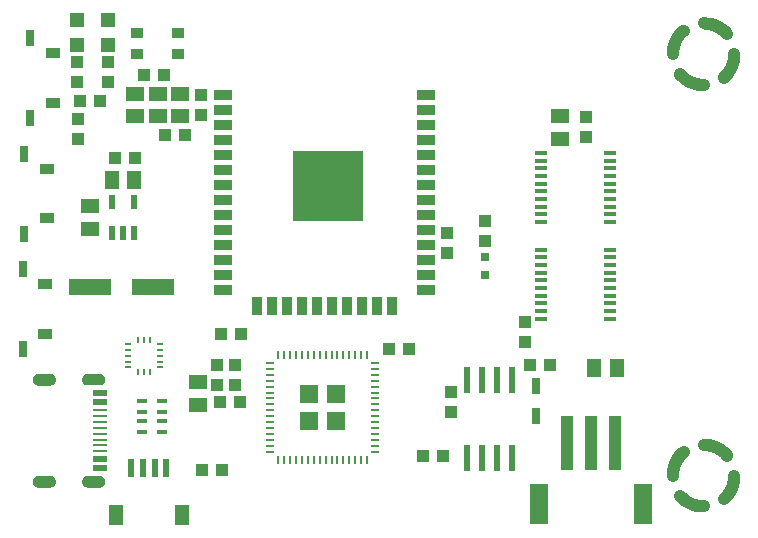
<source format=gbr>
G04 EAGLE Gerber RS-274X export*
G75*
%MOMM*%
%FSLAX34Y34*%
%LPD*%
%INSolderpaste Top*%
%IPPOS*%
%AMOC8*
5,1,8,0,0,1.08239X$1,22.5*%
G01*
%ADD10R,1.200000X1.200000*%
%ADD11R,1.240000X1.500000*%
%ADD12R,0.550000X1.200000*%
%ADD13R,1.075000X1.000000*%
%ADD14R,0.600000X2.200000*%
%ADD15R,1.000000X0.850000*%
%ADD16R,0.220000X0.700000*%
%ADD17R,0.700000X0.220000*%
%ADD18R,1.524000X1.524000*%
%ADD19R,1.500000X1.240000*%
%ADD20R,1.000000X1.075000*%
%ADD21R,1.500000X0.900000*%
%ADD22R,0.900000X1.500000*%
%ADD23R,6.000000X6.000000*%
%ADD24R,0.900000X0.450000*%
%ADD25R,1.150000X0.575000*%
%ADD26R,1.150000X0.275000*%
%ADD27R,1.270000X0.900000*%
%ADD28R,0.800000X1.450000*%
%ADD29R,3.556000X1.400000*%
%ADD30R,0.990600X0.304800*%
%ADD31C,1.000000*%
%ADD32R,0.600000X1.550000*%
%ADD33R,1.200000X1.800000*%
%ADD34R,1.000000X4.600000*%
%ADD35R,1.600000X3.400000*%
%ADD36R,0.800000X1.350000*%
%ADD37R,0.500000X0.250000*%
%ADD38R,0.250000X0.500000*%
%ADD39R,0.800000X0.800000*%

G36*
X72898Y120899D02*
X72898Y120899D01*
X72899Y120899D01*
X73972Y121020D01*
X73973Y121021D01*
X73974Y121020D01*
X74994Y121377D01*
X74994Y121378D01*
X74995Y121378D01*
X75910Y121953D01*
X75911Y121953D01*
X76675Y122718D01*
X77250Y123633D01*
X77250Y123634D01*
X77251Y123634D01*
X77608Y124654D01*
X77608Y124655D01*
X77607Y124655D01*
X77608Y124656D01*
X77608Y124660D01*
X77609Y124665D01*
X77610Y124670D01*
X77612Y124690D01*
X77612Y124694D01*
X77612Y124695D01*
X77613Y124699D01*
X77613Y124700D01*
X77613Y124704D01*
X77614Y124709D01*
X77615Y124714D01*
X77615Y124719D01*
X77616Y124724D01*
X77616Y124729D01*
X77618Y124749D01*
X77619Y124749D01*
X77619Y124754D01*
X77620Y124759D01*
X77620Y124764D01*
X77621Y124769D01*
X77621Y124774D01*
X77622Y124779D01*
X77622Y124784D01*
X77623Y124789D01*
X77625Y124809D01*
X77626Y124814D01*
X77626Y124819D01*
X77627Y124824D01*
X77627Y124829D01*
X77628Y124834D01*
X77629Y124839D01*
X77629Y124844D01*
X77632Y124868D01*
X77632Y124873D01*
X77633Y124873D01*
X77632Y124873D01*
X77633Y124878D01*
X77634Y124883D01*
X77634Y124888D01*
X77635Y124893D01*
X77635Y124898D01*
X77636Y124903D01*
X77639Y124928D01*
X77639Y124933D01*
X77640Y124938D01*
X77640Y124943D01*
X77641Y124948D01*
X77641Y124953D01*
X77642Y124958D01*
X77643Y124963D01*
X77645Y124983D01*
X77645Y124988D01*
X77646Y124993D01*
X77646Y124998D01*
X77647Y124998D01*
X77646Y124998D01*
X77647Y125003D01*
X77648Y125008D01*
X77648Y125012D01*
X77648Y125013D01*
X77649Y125017D01*
X77649Y125018D01*
X77649Y125022D01*
X77652Y125042D01*
X77652Y125047D01*
X77653Y125052D01*
X77653Y125057D01*
X77654Y125062D01*
X77654Y125067D01*
X77655Y125072D01*
X77655Y125077D01*
X77656Y125082D01*
X77658Y125102D01*
X77659Y125107D01*
X77659Y125112D01*
X77660Y125117D01*
X77660Y125122D01*
X77661Y125122D01*
X77660Y125122D01*
X77661Y125127D01*
X77662Y125132D01*
X77662Y125137D01*
X77663Y125142D01*
X77665Y125162D01*
X77666Y125167D01*
X77666Y125171D01*
X77666Y125172D01*
X77667Y125176D01*
X77667Y125177D01*
X77667Y125181D01*
X77668Y125186D01*
X77668Y125191D01*
X77669Y125196D01*
X77672Y125221D01*
X77672Y125226D01*
X77673Y125231D01*
X77673Y125236D01*
X77674Y125241D01*
X77674Y125246D01*
X77675Y125246D01*
X77674Y125246D01*
X77675Y125251D01*
X77676Y125256D01*
X77678Y125281D01*
X77679Y125286D01*
X77680Y125291D01*
X77680Y125296D01*
X77681Y125301D01*
X77681Y125306D01*
X77682Y125311D01*
X77682Y125316D01*
X77685Y125335D01*
X77685Y125336D01*
X77685Y125340D01*
X77686Y125345D01*
X77686Y125350D01*
X77687Y125355D01*
X77687Y125360D01*
X77688Y125365D01*
X77688Y125370D01*
X77689Y125370D01*
X77688Y125370D01*
X77689Y125375D01*
X77691Y125395D01*
X77692Y125400D01*
X77692Y125405D01*
X77693Y125410D01*
X77694Y125415D01*
X77694Y125420D01*
X77695Y125425D01*
X77695Y125430D01*
X77696Y125435D01*
X77698Y125455D01*
X77699Y125460D01*
X77699Y125465D01*
X77700Y125470D01*
X77700Y125475D01*
X77701Y125480D01*
X77701Y125485D01*
X77702Y125489D01*
X77702Y125490D01*
X77702Y125494D01*
X77703Y125494D01*
X77702Y125495D01*
X77705Y125514D01*
X77705Y125519D01*
X77706Y125524D01*
X77706Y125529D01*
X77707Y125534D01*
X77708Y125539D01*
X77708Y125544D01*
X77709Y125549D01*
X77711Y125574D01*
X77712Y125579D01*
X77713Y125584D01*
X77713Y125589D01*
X77714Y125594D01*
X77714Y125599D01*
X77715Y125604D01*
X77715Y125609D01*
X77718Y125634D01*
X77719Y125639D01*
X77719Y125644D01*
X77720Y125648D01*
X77720Y125649D01*
X77720Y125653D01*
X77720Y125654D01*
X77721Y125658D01*
X77722Y125663D01*
X77722Y125668D01*
X77724Y125688D01*
X77725Y125693D01*
X77725Y125698D01*
X77726Y125703D01*
X77727Y125708D01*
X77727Y125713D01*
X77728Y125718D01*
X77728Y125723D01*
X77729Y125728D01*
X77729Y125729D01*
X77729Y125730D01*
X77729Y125731D01*
X77602Y126861D01*
X77601Y126861D01*
X77601Y126862D01*
X77226Y127936D01*
X77225Y127936D01*
X77225Y127937D01*
X76620Y128900D01*
X76619Y128900D01*
X76619Y128901D01*
X75815Y129705D01*
X75814Y129705D01*
X75814Y129706D01*
X74851Y130311D01*
X74850Y130311D01*
X74850Y130312D01*
X73776Y130687D01*
X73775Y130687D01*
X73775Y130688D01*
X72645Y130815D01*
X72644Y130815D01*
X62992Y130815D01*
X62991Y130815D01*
X62742Y130787D01*
X62698Y130782D01*
X62654Y130777D01*
X62610Y130772D01*
X62081Y130712D01*
X62037Y130707D01*
X61993Y130702D01*
X61992Y130702D01*
X61948Y130697D01*
X61861Y130688D01*
X61861Y130687D01*
X61860Y130687D01*
X60786Y130312D01*
X60786Y130311D01*
X60785Y130311D01*
X59822Y129706D01*
X59822Y129705D01*
X59821Y129705D01*
X59017Y128901D01*
X59017Y128900D01*
X59016Y128900D01*
X58411Y127937D01*
X58411Y127936D01*
X58410Y127936D01*
X58035Y126862D01*
X58035Y126861D01*
X58034Y126861D01*
X58032Y126842D01*
X58032Y126837D01*
X58031Y126832D01*
X58031Y126827D01*
X58030Y126822D01*
X58030Y126817D01*
X58029Y126812D01*
X58028Y126808D01*
X58028Y126807D01*
X58028Y126803D01*
X58028Y126802D01*
X58026Y126783D01*
X58025Y126778D01*
X58025Y126773D01*
X58024Y126773D01*
X58025Y126773D01*
X58024Y126768D01*
X58023Y126763D01*
X58023Y126758D01*
X58022Y126753D01*
X58022Y126748D01*
X58021Y126743D01*
X58019Y126723D01*
X58018Y126718D01*
X58018Y126713D01*
X58017Y126708D01*
X58017Y126703D01*
X58016Y126698D01*
X58016Y126693D01*
X58015Y126688D01*
X58014Y126683D01*
X58012Y126663D01*
X58012Y126658D01*
X58011Y126653D01*
X58011Y126649D01*
X58010Y126648D01*
X58011Y126648D01*
X58010Y126644D01*
X58010Y126643D01*
X58009Y126639D01*
X58009Y126634D01*
X58008Y126629D01*
X58008Y126624D01*
X58005Y126604D01*
X58005Y126599D01*
X58004Y126594D01*
X58004Y126589D01*
X58003Y126584D01*
X58003Y126579D01*
X58002Y126574D01*
X58002Y126569D01*
X58001Y126564D01*
X57999Y126544D01*
X57998Y126539D01*
X57998Y126534D01*
X57997Y126529D01*
X57997Y126524D01*
X57996Y126524D01*
X57997Y126524D01*
X57996Y126519D01*
X57995Y126514D01*
X57995Y126509D01*
X57994Y126504D01*
X57992Y126485D01*
X57992Y126484D01*
X57991Y126480D01*
X57991Y126475D01*
X57990Y126470D01*
X57990Y126465D01*
X57989Y126460D01*
X57989Y126455D01*
X57988Y126450D01*
X57988Y126445D01*
X57985Y126425D01*
X57985Y126420D01*
X57984Y126415D01*
X57984Y126410D01*
X57983Y126405D01*
X57983Y126400D01*
X57982Y126400D01*
X57983Y126400D01*
X57982Y126395D01*
X57981Y126390D01*
X57981Y126385D01*
X57979Y126365D01*
X57978Y126360D01*
X57977Y126355D01*
X57977Y126350D01*
X57976Y126345D01*
X57976Y126340D01*
X57975Y126335D01*
X57975Y126331D01*
X57975Y126330D01*
X57974Y126326D01*
X57974Y126325D01*
X57972Y126306D01*
X57971Y126301D01*
X57971Y126296D01*
X57970Y126291D01*
X57970Y126286D01*
X57969Y126281D01*
X57969Y126276D01*
X57968Y126276D01*
X57969Y126276D01*
X57968Y126271D01*
X57967Y126266D01*
X57965Y126246D01*
X57965Y126241D01*
X57964Y126236D01*
X57963Y126231D01*
X57963Y126226D01*
X57962Y126221D01*
X57962Y126216D01*
X57961Y126211D01*
X57958Y126186D01*
X57958Y126181D01*
X57957Y126176D01*
X57957Y126172D01*
X57957Y126171D01*
X57956Y126167D01*
X57956Y126166D01*
X57956Y126162D01*
X57955Y126157D01*
X57955Y126152D01*
X57954Y126152D01*
X57955Y126152D01*
X57952Y126127D01*
X57951Y126122D01*
X57951Y126117D01*
X57950Y126112D01*
X57949Y126107D01*
X57949Y126102D01*
X57948Y126097D01*
X57948Y126092D01*
X57945Y126067D01*
X57944Y126062D01*
X57944Y126057D01*
X57943Y126052D01*
X57943Y126047D01*
X57942Y126042D01*
X57942Y126037D01*
X57941Y126032D01*
X57938Y126008D01*
X57938Y126007D01*
X57938Y126003D01*
X57937Y125998D01*
X57937Y125993D01*
X57936Y125988D01*
X57935Y125983D01*
X57935Y125978D01*
X57934Y125973D01*
X57932Y125948D01*
X57931Y125943D01*
X57930Y125938D01*
X57930Y125933D01*
X57929Y125928D01*
X57929Y125923D01*
X57928Y125918D01*
X57928Y125913D01*
X57925Y125893D01*
X57925Y125888D01*
X57924Y125883D01*
X57924Y125878D01*
X57923Y125873D01*
X57923Y125868D01*
X57922Y125863D01*
X57921Y125858D01*
X57921Y125854D01*
X57921Y125853D01*
X57919Y125834D01*
X57918Y125829D01*
X57918Y125824D01*
X57917Y125819D01*
X57916Y125814D01*
X57916Y125809D01*
X57915Y125804D01*
X57915Y125799D01*
X57914Y125794D01*
X57912Y125774D01*
X57911Y125769D01*
X57911Y125764D01*
X57910Y125759D01*
X57910Y125754D01*
X57909Y125749D01*
X57909Y125744D01*
X57908Y125739D01*
X57907Y125734D01*
X57907Y125731D01*
X57908Y125730D01*
X57907Y125729D01*
X58028Y124656D01*
X58029Y124655D01*
X58028Y124654D01*
X58385Y123634D01*
X58386Y123634D01*
X58386Y123633D01*
X58961Y122718D01*
X59726Y121953D01*
X60641Y121378D01*
X60642Y121378D01*
X60642Y121377D01*
X61662Y121020D01*
X61663Y121021D01*
X61664Y121020D01*
X62737Y120899D01*
X62738Y120899D01*
X72898Y120899D01*
X72898Y120899D01*
G37*
G36*
X31115Y120772D02*
X31115Y120772D01*
X31116Y120772D01*
X32189Y120893D01*
X32190Y120894D01*
X32191Y120893D01*
X33211Y121250D01*
X33211Y121251D01*
X33212Y121251D01*
X34127Y121826D01*
X34128Y121826D01*
X34892Y122591D01*
X35467Y123506D01*
X35467Y123507D01*
X35468Y123507D01*
X35825Y124527D01*
X35825Y124528D01*
X35824Y124528D01*
X35825Y124529D01*
X35825Y124533D01*
X35826Y124538D01*
X35827Y124543D01*
X35829Y124563D01*
X35829Y124567D01*
X35829Y124568D01*
X35830Y124572D01*
X35830Y124573D01*
X35830Y124577D01*
X35831Y124582D01*
X35832Y124587D01*
X35832Y124592D01*
X35833Y124597D01*
X35833Y124602D01*
X35835Y124622D01*
X35836Y124622D01*
X35836Y124627D01*
X35837Y124632D01*
X35837Y124637D01*
X35838Y124642D01*
X35838Y124647D01*
X35839Y124652D01*
X35839Y124657D01*
X35840Y124662D01*
X35842Y124682D01*
X35843Y124687D01*
X35843Y124692D01*
X35844Y124697D01*
X35844Y124702D01*
X35845Y124707D01*
X35846Y124712D01*
X35846Y124717D01*
X35849Y124741D01*
X35849Y124746D01*
X35850Y124746D01*
X35849Y124746D01*
X35850Y124751D01*
X35851Y124756D01*
X35851Y124761D01*
X35852Y124766D01*
X35852Y124771D01*
X35853Y124776D01*
X35856Y124801D01*
X35856Y124806D01*
X35857Y124811D01*
X35857Y124816D01*
X35858Y124821D01*
X35858Y124826D01*
X35859Y124831D01*
X35860Y124836D01*
X35862Y124856D01*
X35862Y124861D01*
X35863Y124866D01*
X35863Y124871D01*
X35864Y124871D01*
X35863Y124871D01*
X35864Y124876D01*
X35865Y124881D01*
X35865Y124885D01*
X35865Y124886D01*
X35866Y124890D01*
X35866Y124891D01*
X35866Y124895D01*
X35869Y124915D01*
X35869Y124920D01*
X35870Y124925D01*
X35870Y124930D01*
X35871Y124935D01*
X35871Y124940D01*
X35872Y124945D01*
X35872Y124950D01*
X35873Y124955D01*
X35875Y124975D01*
X35876Y124980D01*
X35876Y124985D01*
X35877Y124990D01*
X35877Y124995D01*
X35878Y124995D01*
X35877Y124995D01*
X35878Y125000D01*
X35879Y125005D01*
X35879Y125010D01*
X35880Y125015D01*
X35882Y125035D01*
X35883Y125040D01*
X35883Y125044D01*
X35883Y125045D01*
X35884Y125049D01*
X35884Y125050D01*
X35884Y125054D01*
X35885Y125059D01*
X35885Y125064D01*
X35886Y125069D01*
X35889Y125094D01*
X35889Y125099D01*
X35890Y125104D01*
X35890Y125109D01*
X35891Y125114D01*
X35891Y125119D01*
X35892Y125119D01*
X35891Y125119D01*
X35892Y125124D01*
X35893Y125129D01*
X35895Y125154D01*
X35896Y125159D01*
X35897Y125164D01*
X35897Y125169D01*
X35898Y125174D01*
X35898Y125179D01*
X35899Y125184D01*
X35899Y125189D01*
X35902Y125208D01*
X35902Y125209D01*
X35902Y125213D01*
X35903Y125218D01*
X35903Y125223D01*
X35904Y125228D01*
X35904Y125233D01*
X35905Y125238D01*
X35905Y125243D01*
X35906Y125243D01*
X35905Y125243D01*
X35906Y125248D01*
X35908Y125268D01*
X35909Y125273D01*
X35909Y125278D01*
X35910Y125283D01*
X35911Y125288D01*
X35911Y125293D01*
X35912Y125298D01*
X35912Y125303D01*
X35913Y125308D01*
X35915Y125328D01*
X35916Y125333D01*
X35916Y125338D01*
X35917Y125343D01*
X35917Y125348D01*
X35918Y125353D01*
X35918Y125358D01*
X35919Y125362D01*
X35919Y125363D01*
X35919Y125367D01*
X35920Y125367D01*
X35919Y125368D01*
X35922Y125387D01*
X35922Y125392D01*
X35923Y125397D01*
X35923Y125402D01*
X35924Y125407D01*
X35925Y125412D01*
X35925Y125417D01*
X35926Y125422D01*
X35928Y125447D01*
X35929Y125452D01*
X35930Y125457D01*
X35930Y125462D01*
X35931Y125467D01*
X35931Y125472D01*
X35932Y125477D01*
X35932Y125482D01*
X35935Y125507D01*
X35936Y125512D01*
X35936Y125517D01*
X35937Y125521D01*
X35937Y125522D01*
X35937Y125526D01*
X35937Y125527D01*
X35938Y125531D01*
X35939Y125536D01*
X35939Y125541D01*
X35941Y125561D01*
X35942Y125566D01*
X35942Y125571D01*
X35943Y125576D01*
X35944Y125581D01*
X35944Y125586D01*
X35945Y125591D01*
X35945Y125596D01*
X35946Y125601D01*
X35946Y125602D01*
X35946Y125603D01*
X35946Y125604D01*
X35819Y126734D01*
X35818Y126734D01*
X35818Y126735D01*
X35443Y127809D01*
X35442Y127809D01*
X35442Y127810D01*
X34837Y128773D01*
X34836Y128773D01*
X34836Y128774D01*
X34032Y129578D01*
X34031Y129578D01*
X34031Y129579D01*
X33068Y130184D01*
X33067Y130184D01*
X33067Y130185D01*
X31993Y130560D01*
X31992Y130560D01*
X31992Y130561D01*
X30862Y130688D01*
X30861Y130688D01*
X21209Y130688D01*
X21208Y130688D01*
X20959Y130660D01*
X20915Y130655D01*
X20871Y130650D01*
X20827Y130645D01*
X20298Y130585D01*
X20254Y130580D01*
X20210Y130575D01*
X20209Y130575D01*
X20165Y130570D01*
X20078Y130561D01*
X20078Y130560D01*
X20077Y130560D01*
X19003Y130185D01*
X19003Y130184D01*
X19002Y130184D01*
X18039Y129579D01*
X18039Y129578D01*
X18038Y129578D01*
X17234Y128774D01*
X17234Y128773D01*
X17233Y128773D01*
X16628Y127810D01*
X16628Y127809D01*
X16627Y127809D01*
X16252Y126735D01*
X16252Y126734D01*
X16251Y126734D01*
X16249Y126715D01*
X16249Y126710D01*
X16248Y126705D01*
X16248Y126700D01*
X16247Y126695D01*
X16247Y126690D01*
X16246Y126685D01*
X16245Y126681D01*
X16245Y126680D01*
X16245Y126676D01*
X16245Y126675D01*
X16243Y126656D01*
X16242Y126651D01*
X16242Y126646D01*
X16241Y126646D01*
X16242Y126646D01*
X16241Y126641D01*
X16240Y126636D01*
X16240Y126631D01*
X16239Y126626D01*
X16239Y126621D01*
X16238Y126616D01*
X16236Y126596D01*
X16235Y126591D01*
X16235Y126586D01*
X16234Y126581D01*
X16234Y126576D01*
X16233Y126571D01*
X16233Y126566D01*
X16232Y126561D01*
X16231Y126556D01*
X16229Y126536D01*
X16229Y126531D01*
X16228Y126526D01*
X16228Y126522D01*
X16227Y126521D01*
X16228Y126521D01*
X16227Y126517D01*
X16227Y126516D01*
X16226Y126512D01*
X16226Y126507D01*
X16225Y126502D01*
X16225Y126497D01*
X16222Y126477D01*
X16222Y126472D01*
X16221Y126467D01*
X16221Y126462D01*
X16220Y126457D01*
X16220Y126452D01*
X16219Y126447D01*
X16219Y126442D01*
X16218Y126437D01*
X16216Y126417D01*
X16215Y126412D01*
X16215Y126407D01*
X16214Y126402D01*
X16214Y126397D01*
X16213Y126397D01*
X16214Y126397D01*
X16213Y126392D01*
X16212Y126387D01*
X16212Y126382D01*
X16211Y126377D01*
X16209Y126358D01*
X16209Y126357D01*
X16208Y126353D01*
X16208Y126348D01*
X16207Y126343D01*
X16207Y126338D01*
X16206Y126333D01*
X16206Y126328D01*
X16205Y126323D01*
X16205Y126318D01*
X16202Y126298D01*
X16202Y126293D01*
X16201Y126288D01*
X16201Y126283D01*
X16200Y126278D01*
X16200Y126273D01*
X16199Y126273D01*
X16200Y126273D01*
X16199Y126268D01*
X16198Y126263D01*
X16198Y126258D01*
X16196Y126238D01*
X16195Y126233D01*
X16194Y126228D01*
X16194Y126223D01*
X16193Y126218D01*
X16193Y126213D01*
X16192Y126208D01*
X16192Y126204D01*
X16192Y126203D01*
X16191Y126199D01*
X16191Y126198D01*
X16189Y126179D01*
X16188Y126174D01*
X16188Y126169D01*
X16187Y126164D01*
X16187Y126159D01*
X16186Y126154D01*
X16186Y126149D01*
X16185Y126149D01*
X16186Y126149D01*
X16185Y126144D01*
X16184Y126139D01*
X16182Y126119D01*
X16182Y126114D01*
X16181Y126109D01*
X16180Y126104D01*
X16180Y126099D01*
X16179Y126094D01*
X16179Y126089D01*
X16178Y126084D01*
X16175Y126059D01*
X16175Y126054D01*
X16174Y126049D01*
X16174Y126045D01*
X16174Y126044D01*
X16173Y126040D01*
X16173Y126039D01*
X16173Y126035D01*
X16172Y126030D01*
X16172Y126025D01*
X16171Y126025D01*
X16172Y126025D01*
X16169Y126000D01*
X16168Y125995D01*
X16168Y125990D01*
X16167Y125985D01*
X16166Y125980D01*
X16166Y125975D01*
X16165Y125970D01*
X16165Y125965D01*
X16162Y125940D01*
X16161Y125935D01*
X16161Y125930D01*
X16160Y125925D01*
X16160Y125920D01*
X16159Y125915D01*
X16159Y125910D01*
X16158Y125905D01*
X16155Y125881D01*
X16155Y125880D01*
X16155Y125876D01*
X16154Y125871D01*
X16154Y125866D01*
X16153Y125861D01*
X16152Y125856D01*
X16152Y125851D01*
X16151Y125846D01*
X16149Y125821D01*
X16148Y125816D01*
X16147Y125811D01*
X16147Y125806D01*
X16146Y125801D01*
X16146Y125796D01*
X16145Y125791D01*
X16145Y125786D01*
X16142Y125766D01*
X16142Y125761D01*
X16141Y125756D01*
X16141Y125751D01*
X16140Y125746D01*
X16140Y125741D01*
X16139Y125736D01*
X16138Y125731D01*
X16138Y125727D01*
X16138Y125726D01*
X16136Y125707D01*
X16135Y125702D01*
X16135Y125697D01*
X16134Y125692D01*
X16133Y125687D01*
X16133Y125682D01*
X16132Y125677D01*
X16132Y125672D01*
X16131Y125667D01*
X16129Y125647D01*
X16128Y125642D01*
X16128Y125637D01*
X16127Y125632D01*
X16127Y125627D01*
X16126Y125622D01*
X16126Y125617D01*
X16125Y125612D01*
X16124Y125607D01*
X16124Y125604D01*
X16125Y125603D01*
X16124Y125602D01*
X16245Y124529D01*
X16246Y124528D01*
X16245Y124527D01*
X16602Y123507D01*
X16603Y123507D01*
X16603Y123506D01*
X17178Y122591D01*
X17943Y121826D01*
X18858Y121251D01*
X18859Y121251D01*
X18859Y121250D01*
X19879Y120893D01*
X19880Y120894D01*
X19881Y120893D01*
X20954Y120772D01*
X20955Y120772D01*
X31115Y120772D01*
X31115Y120772D01*
G37*
G36*
X73025Y34412D02*
X73025Y34412D01*
X73026Y34412D01*
X74099Y34533D01*
X74100Y34534D01*
X74101Y34533D01*
X75121Y34890D01*
X75121Y34891D01*
X75122Y34891D01*
X76037Y35466D01*
X76038Y35466D01*
X76802Y36231D01*
X77377Y37146D01*
X77377Y37147D01*
X77378Y37147D01*
X77735Y38167D01*
X77735Y38168D01*
X77734Y38168D01*
X77735Y38169D01*
X77735Y38173D01*
X77736Y38178D01*
X77737Y38183D01*
X77739Y38203D01*
X77739Y38207D01*
X77739Y38208D01*
X77740Y38212D01*
X77740Y38213D01*
X77740Y38217D01*
X77741Y38222D01*
X77742Y38227D01*
X77742Y38232D01*
X77743Y38237D01*
X77743Y38242D01*
X77745Y38262D01*
X77746Y38262D01*
X77746Y38267D01*
X77747Y38272D01*
X77747Y38277D01*
X77748Y38282D01*
X77748Y38287D01*
X77749Y38292D01*
X77749Y38297D01*
X77750Y38302D01*
X77752Y38322D01*
X77753Y38327D01*
X77753Y38332D01*
X77754Y38337D01*
X77754Y38342D01*
X77755Y38347D01*
X77756Y38352D01*
X77756Y38357D01*
X77759Y38381D01*
X77759Y38386D01*
X77760Y38386D01*
X77759Y38386D01*
X77760Y38391D01*
X77761Y38396D01*
X77761Y38401D01*
X77762Y38406D01*
X77762Y38411D01*
X77763Y38416D01*
X77766Y38441D01*
X77766Y38446D01*
X77767Y38451D01*
X77767Y38456D01*
X77768Y38461D01*
X77768Y38466D01*
X77769Y38471D01*
X77770Y38476D01*
X77772Y38496D01*
X77772Y38501D01*
X77773Y38506D01*
X77773Y38511D01*
X77774Y38511D01*
X77773Y38511D01*
X77774Y38516D01*
X77775Y38521D01*
X77775Y38525D01*
X77775Y38526D01*
X77776Y38530D01*
X77776Y38531D01*
X77776Y38535D01*
X77779Y38555D01*
X77779Y38560D01*
X77780Y38565D01*
X77780Y38570D01*
X77781Y38575D01*
X77781Y38580D01*
X77782Y38585D01*
X77782Y38590D01*
X77783Y38595D01*
X77785Y38615D01*
X77786Y38620D01*
X77786Y38625D01*
X77787Y38630D01*
X77787Y38635D01*
X77788Y38635D01*
X77787Y38635D01*
X77788Y38640D01*
X77789Y38645D01*
X77789Y38650D01*
X77790Y38655D01*
X77792Y38675D01*
X77793Y38680D01*
X77793Y38684D01*
X77793Y38685D01*
X77794Y38689D01*
X77794Y38690D01*
X77794Y38694D01*
X77795Y38699D01*
X77795Y38704D01*
X77796Y38709D01*
X77799Y38734D01*
X77799Y38739D01*
X77800Y38744D01*
X77800Y38749D01*
X77801Y38754D01*
X77801Y38759D01*
X77802Y38759D01*
X77801Y38759D01*
X77802Y38764D01*
X77803Y38769D01*
X77805Y38794D01*
X77806Y38799D01*
X77807Y38804D01*
X77807Y38809D01*
X77808Y38814D01*
X77808Y38819D01*
X77809Y38824D01*
X77809Y38829D01*
X77812Y38848D01*
X77812Y38849D01*
X77812Y38853D01*
X77813Y38858D01*
X77813Y38863D01*
X77814Y38868D01*
X77814Y38873D01*
X77815Y38878D01*
X77815Y38883D01*
X77816Y38883D01*
X77815Y38883D01*
X77816Y38888D01*
X77818Y38908D01*
X77819Y38913D01*
X77819Y38918D01*
X77820Y38923D01*
X77821Y38928D01*
X77821Y38933D01*
X77822Y38938D01*
X77822Y38943D01*
X77823Y38948D01*
X77825Y38968D01*
X77826Y38973D01*
X77826Y38978D01*
X77827Y38983D01*
X77827Y38988D01*
X77828Y38993D01*
X77828Y38998D01*
X77829Y39002D01*
X77829Y39003D01*
X77829Y39007D01*
X77830Y39007D01*
X77829Y39008D01*
X77832Y39027D01*
X77832Y39032D01*
X77833Y39037D01*
X77833Y39042D01*
X77834Y39047D01*
X77835Y39052D01*
X77835Y39057D01*
X77836Y39062D01*
X77838Y39087D01*
X77839Y39092D01*
X77840Y39097D01*
X77840Y39102D01*
X77841Y39107D01*
X77841Y39112D01*
X77842Y39117D01*
X77842Y39122D01*
X77845Y39147D01*
X77846Y39152D01*
X77846Y39157D01*
X77847Y39161D01*
X77847Y39162D01*
X77847Y39166D01*
X77847Y39167D01*
X77848Y39171D01*
X77849Y39176D01*
X77849Y39181D01*
X77851Y39201D01*
X77852Y39206D01*
X77852Y39211D01*
X77853Y39216D01*
X77854Y39221D01*
X77854Y39226D01*
X77855Y39231D01*
X77855Y39236D01*
X77856Y39241D01*
X77856Y39242D01*
X77856Y39243D01*
X77856Y39244D01*
X77729Y40374D01*
X77728Y40374D01*
X77728Y40375D01*
X77353Y41449D01*
X77352Y41449D01*
X77352Y41450D01*
X76747Y42413D01*
X76746Y42413D01*
X76746Y42414D01*
X75942Y43218D01*
X75941Y43218D01*
X75941Y43219D01*
X74978Y43824D01*
X74977Y43824D01*
X74977Y43825D01*
X73903Y44200D01*
X73902Y44200D01*
X73902Y44201D01*
X72772Y44328D01*
X72771Y44328D01*
X63119Y44328D01*
X63118Y44328D01*
X62869Y44300D01*
X62825Y44295D01*
X62781Y44290D01*
X62737Y44285D01*
X62208Y44225D01*
X62164Y44220D01*
X62120Y44215D01*
X62119Y44215D01*
X62075Y44210D01*
X61988Y44201D01*
X61988Y44200D01*
X61987Y44200D01*
X60913Y43825D01*
X60913Y43824D01*
X60912Y43824D01*
X59949Y43219D01*
X59949Y43218D01*
X59948Y43218D01*
X59144Y42414D01*
X59144Y42413D01*
X59143Y42413D01*
X58538Y41450D01*
X58538Y41449D01*
X58537Y41449D01*
X58162Y40375D01*
X58162Y40374D01*
X58161Y40374D01*
X58159Y40355D01*
X58159Y40350D01*
X58158Y40345D01*
X58158Y40340D01*
X58157Y40335D01*
X58157Y40330D01*
X58156Y40325D01*
X58155Y40321D01*
X58155Y40320D01*
X58155Y40316D01*
X58155Y40315D01*
X58153Y40296D01*
X58152Y40291D01*
X58152Y40286D01*
X58151Y40286D01*
X58152Y40286D01*
X58151Y40281D01*
X58150Y40276D01*
X58150Y40271D01*
X58149Y40266D01*
X58149Y40261D01*
X58148Y40256D01*
X58146Y40236D01*
X58145Y40231D01*
X58145Y40226D01*
X58144Y40221D01*
X58144Y40216D01*
X58143Y40211D01*
X58143Y40206D01*
X58142Y40201D01*
X58141Y40196D01*
X58139Y40176D01*
X58139Y40171D01*
X58138Y40166D01*
X58138Y40162D01*
X58137Y40161D01*
X58138Y40161D01*
X58137Y40157D01*
X58137Y40156D01*
X58136Y40152D01*
X58136Y40147D01*
X58135Y40142D01*
X58135Y40137D01*
X58132Y40117D01*
X58132Y40112D01*
X58131Y40107D01*
X58131Y40102D01*
X58130Y40097D01*
X58130Y40092D01*
X58129Y40087D01*
X58129Y40082D01*
X58128Y40077D01*
X58126Y40057D01*
X58125Y40052D01*
X58125Y40047D01*
X58124Y40042D01*
X58124Y40037D01*
X58123Y40037D01*
X58124Y40037D01*
X58123Y40032D01*
X58122Y40027D01*
X58122Y40022D01*
X58121Y40017D01*
X58119Y39998D01*
X58119Y39997D01*
X58118Y39993D01*
X58118Y39988D01*
X58117Y39983D01*
X58117Y39978D01*
X58116Y39973D01*
X58116Y39968D01*
X58115Y39963D01*
X58115Y39958D01*
X58112Y39938D01*
X58112Y39933D01*
X58111Y39928D01*
X58111Y39923D01*
X58110Y39918D01*
X58110Y39913D01*
X58109Y39913D01*
X58110Y39913D01*
X58109Y39908D01*
X58108Y39903D01*
X58108Y39898D01*
X58106Y39878D01*
X58105Y39873D01*
X58104Y39868D01*
X58104Y39863D01*
X58103Y39858D01*
X58103Y39853D01*
X58102Y39848D01*
X58102Y39844D01*
X58102Y39843D01*
X58101Y39839D01*
X58101Y39838D01*
X58099Y39819D01*
X58098Y39814D01*
X58098Y39809D01*
X58097Y39804D01*
X58097Y39799D01*
X58096Y39794D01*
X58096Y39789D01*
X58095Y39789D01*
X58096Y39789D01*
X58095Y39784D01*
X58094Y39779D01*
X58092Y39759D01*
X58092Y39754D01*
X58091Y39749D01*
X58090Y39744D01*
X58090Y39739D01*
X58089Y39734D01*
X58089Y39729D01*
X58088Y39724D01*
X58085Y39699D01*
X58085Y39694D01*
X58084Y39689D01*
X58084Y39685D01*
X58084Y39684D01*
X58083Y39680D01*
X58083Y39679D01*
X58083Y39675D01*
X58082Y39670D01*
X58082Y39665D01*
X58081Y39665D01*
X58082Y39665D01*
X58079Y39640D01*
X58078Y39635D01*
X58078Y39630D01*
X58077Y39625D01*
X58076Y39620D01*
X58076Y39615D01*
X58075Y39610D01*
X58075Y39605D01*
X58072Y39580D01*
X58071Y39575D01*
X58071Y39570D01*
X58070Y39565D01*
X58070Y39560D01*
X58069Y39555D01*
X58069Y39550D01*
X58068Y39545D01*
X58065Y39521D01*
X58065Y39520D01*
X58065Y39516D01*
X58064Y39511D01*
X58064Y39506D01*
X58063Y39501D01*
X58062Y39496D01*
X58062Y39491D01*
X58061Y39486D01*
X58059Y39461D01*
X58058Y39456D01*
X58057Y39451D01*
X58057Y39446D01*
X58056Y39441D01*
X58056Y39436D01*
X58055Y39431D01*
X58055Y39426D01*
X58052Y39406D01*
X58052Y39401D01*
X58051Y39396D01*
X58051Y39391D01*
X58050Y39386D01*
X58050Y39381D01*
X58049Y39376D01*
X58048Y39371D01*
X58048Y39367D01*
X58048Y39366D01*
X58046Y39347D01*
X58045Y39342D01*
X58045Y39337D01*
X58044Y39332D01*
X58043Y39327D01*
X58043Y39322D01*
X58042Y39317D01*
X58042Y39312D01*
X58041Y39307D01*
X58039Y39287D01*
X58038Y39282D01*
X58038Y39277D01*
X58037Y39272D01*
X58037Y39267D01*
X58036Y39262D01*
X58036Y39257D01*
X58035Y39252D01*
X58034Y39247D01*
X58034Y39244D01*
X58035Y39243D01*
X58034Y39242D01*
X58155Y38169D01*
X58156Y38168D01*
X58155Y38167D01*
X58512Y37147D01*
X58513Y37147D01*
X58513Y37146D01*
X59088Y36231D01*
X59853Y35466D01*
X60768Y34891D01*
X60769Y34891D01*
X60769Y34890D01*
X61789Y34533D01*
X61790Y34534D01*
X61791Y34533D01*
X62864Y34412D01*
X62865Y34412D01*
X73025Y34412D01*
X73025Y34412D01*
G37*
G36*
X31115Y34412D02*
X31115Y34412D01*
X31116Y34412D01*
X32189Y34533D01*
X32190Y34534D01*
X32191Y34533D01*
X33211Y34890D01*
X33211Y34891D01*
X33212Y34891D01*
X34127Y35466D01*
X34128Y35466D01*
X34892Y36231D01*
X35467Y37146D01*
X35467Y37147D01*
X35468Y37147D01*
X35825Y38167D01*
X35825Y38168D01*
X35824Y38168D01*
X35825Y38169D01*
X35825Y38173D01*
X35826Y38178D01*
X35827Y38183D01*
X35829Y38203D01*
X35829Y38207D01*
X35829Y38208D01*
X35830Y38212D01*
X35830Y38213D01*
X35830Y38217D01*
X35831Y38222D01*
X35832Y38227D01*
X35832Y38232D01*
X35833Y38237D01*
X35833Y38242D01*
X35835Y38262D01*
X35836Y38262D01*
X35836Y38267D01*
X35837Y38272D01*
X35837Y38277D01*
X35838Y38282D01*
X35838Y38287D01*
X35839Y38292D01*
X35839Y38297D01*
X35840Y38302D01*
X35842Y38322D01*
X35843Y38327D01*
X35843Y38332D01*
X35844Y38337D01*
X35844Y38342D01*
X35845Y38347D01*
X35846Y38352D01*
X35846Y38357D01*
X35849Y38381D01*
X35849Y38386D01*
X35850Y38386D01*
X35849Y38386D01*
X35850Y38391D01*
X35851Y38396D01*
X35851Y38401D01*
X35852Y38406D01*
X35852Y38411D01*
X35853Y38416D01*
X35856Y38441D01*
X35856Y38446D01*
X35857Y38451D01*
X35857Y38456D01*
X35858Y38461D01*
X35858Y38466D01*
X35859Y38471D01*
X35860Y38476D01*
X35862Y38496D01*
X35862Y38501D01*
X35863Y38506D01*
X35863Y38511D01*
X35864Y38511D01*
X35863Y38511D01*
X35864Y38516D01*
X35865Y38521D01*
X35865Y38525D01*
X35865Y38526D01*
X35866Y38530D01*
X35866Y38531D01*
X35866Y38535D01*
X35869Y38555D01*
X35869Y38560D01*
X35870Y38565D01*
X35870Y38570D01*
X35871Y38575D01*
X35871Y38580D01*
X35872Y38585D01*
X35872Y38590D01*
X35873Y38595D01*
X35875Y38615D01*
X35876Y38620D01*
X35876Y38625D01*
X35877Y38630D01*
X35877Y38635D01*
X35878Y38635D01*
X35877Y38635D01*
X35878Y38640D01*
X35879Y38645D01*
X35879Y38650D01*
X35880Y38655D01*
X35882Y38675D01*
X35883Y38680D01*
X35883Y38684D01*
X35883Y38685D01*
X35884Y38689D01*
X35884Y38690D01*
X35884Y38694D01*
X35885Y38699D01*
X35885Y38704D01*
X35886Y38709D01*
X35889Y38734D01*
X35889Y38739D01*
X35890Y38744D01*
X35890Y38749D01*
X35891Y38754D01*
X35891Y38759D01*
X35892Y38759D01*
X35891Y38759D01*
X35892Y38764D01*
X35893Y38769D01*
X35895Y38794D01*
X35896Y38799D01*
X35897Y38804D01*
X35897Y38809D01*
X35898Y38814D01*
X35898Y38819D01*
X35899Y38824D01*
X35899Y38829D01*
X35902Y38848D01*
X35902Y38849D01*
X35902Y38853D01*
X35903Y38858D01*
X35903Y38863D01*
X35904Y38868D01*
X35904Y38873D01*
X35905Y38878D01*
X35905Y38883D01*
X35906Y38883D01*
X35905Y38883D01*
X35906Y38888D01*
X35908Y38908D01*
X35909Y38913D01*
X35909Y38918D01*
X35910Y38923D01*
X35911Y38928D01*
X35911Y38933D01*
X35912Y38938D01*
X35912Y38943D01*
X35913Y38948D01*
X35915Y38968D01*
X35916Y38973D01*
X35916Y38978D01*
X35917Y38983D01*
X35917Y38988D01*
X35918Y38993D01*
X35918Y38998D01*
X35919Y39002D01*
X35919Y39003D01*
X35919Y39007D01*
X35920Y39007D01*
X35919Y39008D01*
X35922Y39027D01*
X35922Y39032D01*
X35923Y39037D01*
X35923Y39042D01*
X35924Y39047D01*
X35925Y39052D01*
X35925Y39057D01*
X35926Y39062D01*
X35928Y39087D01*
X35929Y39092D01*
X35930Y39097D01*
X35930Y39102D01*
X35931Y39107D01*
X35931Y39112D01*
X35932Y39117D01*
X35932Y39122D01*
X35935Y39147D01*
X35936Y39152D01*
X35936Y39157D01*
X35937Y39161D01*
X35937Y39162D01*
X35937Y39166D01*
X35937Y39167D01*
X35938Y39171D01*
X35939Y39176D01*
X35939Y39181D01*
X35941Y39201D01*
X35942Y39206D01*
X35942Y39211D01*
X35943Y39216D01*
X35944Y39221D01*
X35944Y39226D01*
X35945Y39231D01*
X35945Y39236D01*
X35946Y39241D01*
X35946Y39242D01*
X35946Y39243D01*
X35946Y39244D01*
X35819Y40374D01*
X35818Y40374D01*
X35818Y40375D01*
X35443Y41449D01*
X35442Y41449D01*
X35442Y41450D01*
X34837Y42413D01*
X34836Y42413D01*
X34836Y42414D01*
X34032Y43218D01*
X34031Y43218D01*
X34031Y43219D01*
X33068Y43824D01*
X33067Y43824D01*
X33067Y43825D01*
X31993Y44200D01*
X31992Y44200D01*
X31992Y44201D01*
X30862Y44328D01*
X30861Y44328D01*
X21209Y44328D01*
X21208Y44328D01*
X20959Y44300D01*
X20915Y44295D01*
X20871Y44290D01*
X20827Y44285D01*
X20298Y44225D01*
X20254Y44220D01*
X20210Y44215D01*
X20209Y44215D01*
X20165Y44210D01*
X20078Y44201D01*
X20078Y44200D01*
X20077Y44200D01*
X19003Y43825D01*
X19003Y43824D01*
X19002Y43824D01*
X18039Y43219D01*
X18039Y43218D01*
X18038Y43218D01*
X17234Y42414D01*
X17234Y42413D01*
X17233Y42413D01*
X16628Y41450D01*
X16628Y41449D01*
X16627Y41449D01*
X16252Y40375D01*
X16252Y40374D01*
X16251Y40374D01*
X16249Y40355D01*
X16249Y40350D01*
X16248Y40345D01*
X16248Y40340D01*
X16247Y40335D01*
X16247Y40330D01*
X16246Y40325D01*
X16245Y40321D01*
X16245Y40320D01*
X16245Y40316D01*
X16245Y40315D01*
X16243Y40296D01*
X16242Y40291D01*
X16242Y40286D01*
X16241Y40286D01*
X16242Y40286D01*
X16241Y40281D01*
X16240Y40276D01*
X16240Y40271D01*
X16239Y40266D01*
X16239Y40261D01*
X16238Y40256D01*
X16236Y40236D01*
X16235Y40231D01*
X16235Y40226D01*
X16234Y40221D01*
X16234Y40216D01*
X16233Y40211D01*
X16233Y40206D01*
X16232Y40201D01*
X16231Y40196D01*
X16229Y40176D01*
X16229Y40171D01*
X16228Y40166D01*
X16228Y40162D01*
X16227Y40161D01*
X16228Y40161D01*
X16227Y40157D01*
X16227Y40156D01*
X16226Y40152D01*
X16226Y40147D01*
X16225Y40142D01*
X16225Y40137D01*
X16222Y40117D01*
X16222Y40112D01*
X16221Y40107D01*
X16221Y40102D01*
X16220Y40097D01*
X16220Y40092D01*
X16219Y40087D01*
X16219Y40082D01*
X16218Y40077D01*
X16216Y40057D01*
X16215Y40052D01*
X16215Y40047D01*
X16214Y40042D01*
X16214Y40037D01*
X16213Y40037D01*
X16214Y40037D01*
X16213Y40032D01*
X16212Y40027D01*
X16212Y40022D01*
X16211Y40017D01*
X16209Y39998D01*
X16209Y39997D01*
X16208Y39993D01*
X16208Y39988D01*
X16207Y39983D01*
X16207Y39978D01*
X16206Y39973D01*
X16206Y39968D01*
X16205Y39963D01*
X16205Y39958D01*
X16202Y39938D01*
X16202Y39933D01*
X16201Y39928D01*
X16201Y39923D01*
X16200Y39918D01*
X16200Y39913D01*
X16199Y39913D01*
X16200Y39913D01*
X16199Y39908D01*
X16198Y39903D01*
X16198Y39898D01*
X16196Y39878D01*
X16195Y39873D01*
X16194Y39868D01*
X16194Y39863D01*
X16193Y39858D01*
X16193Y39853D01*
X16192Y39848D01*
X16192Y39844D01*
X16192Y39843D01*
X16191Y39839D01*
X16191Y39838D01*
X16189Y39819D01*
X16188Y39814D01*
X16188Y39809D01*
X16187Y39804D01*
X16187Y39799D01*
X16186Y39794D01*
X16186Y39789D01*
X16185Y39789D01*
X16186Y39789D01*
X16185Y39784D01*
X16184Y39779D01*
X16182Y39759D01*
X16182Y39754D01*
X16181Y39749D01*
X16180Y39744D01*
X16180Y39739D01*
X16179Y39734D01*
X16179Y39729D01*
X16178Y39724D01*
X16175Y39699D01*
X16175Y39694D01*
X16174Y39689D01*
X16174Y39685D01*
X16174Y39684D01*
X16173Y39680D01*
X16173Y39679D01*
X16173Y39675D01*
X16172Y39670D01*
X16172Y39665D01*
X16171Y39665D01*
X16172Y39665D01*
X16169Y39640D01*
X16168Y39635D01*
X16168Y39630D01*
X16167Y39625D01*
X16166Y39620D01*
X16166Y39615D01*
X16165Y39610D01*
X16165Y39605D01*
X16162Y39580D01*
X16161Y39575D01*
X16161Y39570D01*
X16160Y39565D01*
X16160Y39560D01*
X16159Y39555D01*
X16159Y39550D01*
X16158Y39545D01*
X16155Y39521D01*
X16155Y39520D01*
X16155Y39516D01*
X16154Y39511D01*
X16154Y39506D01*
X16153Y39501D01*
X16152Y39496D01*
X16152Y39491D01*
X16151Y39486D01*
X16149Y39461D01*
X16148Y39456D01*
X16147Y39451D01*
X16147Y39446D01*
X16146Y39441D01*
X16146Y39436D01*
X16145Y39431D01*
X16145Y39426D01*
X16142Y39406D01*
X16142Y39401D01*
X16141Y39396D01*
X16141Y39391D01*
X16140Y39386D01*
X16140Y39381D01*
X16139Y39376D01*
X16138Y39371D01*
X16138Y39367D01*
X16138Y39366D01*
X16136Y39347D01*
X16135Y39342D01*
X16135Y39337D01*
X16134Y39332D01*
X16133Y39327D01*
X16133Y39322D01*
X16132Y39317D01*
X16132Y39312D01*
X16131Y39307D01*
X16129Y39287D01*
X16128Y39282D01*
X16128Y39277D01*
X16127Y39272D01*
X16127Y39267D01*
X16126Y39262D01*
X16126Y39257D01*
X16125Y39252D01*
X16124Y39247D01*
X16124Y39244D01*
X16125Y39243D01*
X16124Y39242D01*
X16245Y38169D01*
X16246Y38168D01*
X16245Y38167D01*
X16602Y37147D01*
X16603Y37147D01*
X16603Y37146D01*
X17178Y36231D01*
X17943Y35466D01*
X18858Y34891D01*
X18859Y34891D01*
X18859Y34890D01*
X19879Y34533D01*
X19880Y34534D01*
X19881Y34533D01*
X20954Y34412D01*
X20955Y34412D01*
X31115Y34412D01*
X31115Y34412D01*
G37*
D10*
X53594Y429981D03*
X53594Y408981D03*
D11*
X102210Y294640D03*
X83210Y294640D03*
D12*
X83210Y249890D03*
X92710Y249890D03*
X102210Y249890D03*
X102210Y275890D03*
X83210Y275890D03*
D13*
X192015Y106680D03*
X175015Y106680D03*
X176775Y49530D03*
X159775Y49530D03*
D14*
X396621Y59052D03*
X396621Y125352D03*
X383921Y59052D03*
X409321Y59052D03*
X422021Y59052D03*
X383921Y125352D03*
X409321Y125352D03*
X422021Y125352D03*
D13*
X363719Y60833D03*
X346719Y60833D03*
D15*
X139420Y401460D03*
X104420Y401460D03*
X139420Y418960D03*
X104420Y418960D03*
D16*
X224193Y57844D03*
X229193Y57844D03*
X234193Y57844D03*
X239193Y57844D03*
X244193Y57844D03*
X249193Y57844D03*
X254193Y57844D03*
X259193Y57844D03*
X264193Y57844D03*
X269193Y57844D03*
X274193Y57844D03*
X279193Y57844D03*
X284193Y57844D03*
X289193Y57844D03*
X294193Y57844D03*
X299193Y57844D03*
D17*
X306193Y64844D03*
X306193Y69844D03*
X306193Y74844D03*
X306193Y79844D03*
X306193Y84844D03*
X306193Y89844D03*
X306193Y94844D03*
X306193Y99844D03*
X306193Y104844D03*
X306193Y109844D03*
X306193Y114844D03*
X306193Y119844D03*
X306193Y124844D03*
X306193Y129844D03*
X306193Y134844D03*
X306193Y139844D03*
D16*
X299193Y146844D03*
X294193Y146844D03*
X289193Y146844D03*
X284193Y146844D03*
X279193Y146844D03*
X274193Y146844D03*
X269193Y146844D03*
X264193Y146844D03*
X259193Y146844D03*
X254193Y146844D03*
X249193Y146844D03*
X244193Y146844D03*
X239193Y146844D03*
X234193Y146844D03*
X229193Y146844D03*
X224193Y146844D03*
D17*
X217193Y139844D03*
X217193Y134844D03*
X217193Y129844D03*
X217193Y124844D03*
X217193Y119844D03*
X217193Y114844D03*
X217193Y109844D03*
X217193Y104844D03*
X217193Y99844D03*
X217193Y94844D03*
X217193Y89844D03*
X217193Y84844D03*
X217193Y79844D03*
X217193Y74844D03*
X217193Y69844D03*
X217193Y64844D03*
D18*
X250263Y90914D03*
X250263Y113774D03*
X273123Y113774D03*
X273123Y90914D03*
D19*
X155956Y123637D03*
X155956Y104637D03*
D20*
X187325Y121040D03*
X187325Y138040D03*
X172085Y138040D03*
X172085Y121040D03*
X370704Y98098D03*
X370704Y115098D03*
D13*
X102480Y313690D03*
X85480Y313690D03*
D20*
X158586Y366876D03*
X158586Y349876D03*
D13*
X175278Y164709D03*
X192278Y164709D03*
X335162Y151892D03*
X318162Y151892D03*
X110372Y383286D03*
X127372Y383286D03*
D20*
X54864Y329701D03*
X54864Y346701D03*
D13*
X145406Y332486D03*
X128406Y332486D03*
D21*
X177144Y366992D03*
X177144Y354292D03*
X177144Y341592D03*
X177144Y328892D03*
X177144Y316192D03*
X177144Y303492D03*
X177144Y290792D03*
X177144Y278092D03*
X177144Y265392D03*
X177144Y252692D03*
X177144Y239992D03*
X177144Y227292D03*
X177144Y214592D03*
X177144Y201892D03*
D22*
X206144Y187992D03*
X218844Y187992D03*
X231544Y187992D03*
X244244Y187992D03*
X256944Y187992D03*
X269644Y187992D03*
X282344Y187992D03*
X295044Y187992D03*
X307744Y187992D03*
X320444Y187992D03*
D21*
X349144Y201892D03*
X349144Y214592D03*
X349144Y227292D03*
X349144Y239992D03*
X349144Y252692D03*
X349144Y265392D03*
X349144Y278092D03*
X349144Y290792D03*
X349144Y303492D03*
X349144Y316192D03*
X349144Y328892D03*
X349144Y341592D03*
X349144Y354292D03*
X349144Y366992D03*
D23*
X266544Y289992D03*
D19*
X102870Y348640D03*
X102870Y367640D03*
X121920Y348640D03*
X121920Y367640D03*
X140970Y348640D03*
X140970Y367640D03*
D24*
X125975Y107615D03*
X108975Y107615D03*
X125975Y98615D03*
X125975Y90615D03*
X125975Y81615D03*
X108975Y81615D03*
X108975Y98615D03*
X108975Y90615D03*
D25*
X73550Y114550D03*
X73550Y106550D03*
D26*
X73550Y100050D03*
X73550Y95050D03*
X73550Y90050D03*
X73550Y85050D03*
X73550Y80050D03*
X73550Y75050D03*
X73550Y70050D03*
X73550Y65050D03*
D25*
X73550Y58550D03*
X73550Y50550D03*
D27*
X33130Y402000D03*
X33130Y360000D03*
D28*
X14130Y414750D03*
X14130Y347250D03*
D27*
X28050Y304210D03*
X28050Y262210D03*
D28*
X9050Y316960D03*
X9050Y249460D03*
D27*
X26780Y206420D03*
X26780Y164420D03*
D28*
X7780Y219170D03*
X7780Y151670D03*
D10*
X80010Y409235D03*
X80010Y430235D03*
D20*
X367030Y232800D03*
X367030Y249800D03*
X80010Y394580D03*
X80010Y377580D03*
X53340Y377580D03*
X53340Y394580D03*
D19*
X64770Y272390D03*
X64770Y253390D03*
D29*
X117980Y204470D03*
X64900Y204470D03*
D13*
X56270Y361950D03*
X73270Y361950D03*
D30*
X446437Y235855D03*
X446437Y229355D03*
X446437Y222855D03*
X446437Y216355D03*
X446437Y209855D03*
X446437Y203355D03*
X446437Y196855D03*
X446437Y190355D03*
X446437Y183855D03*
X446437Y177355D03*
X504793Y177355D03*
X504793Y183855D03*
X504793Y190355D03*
X504793Y196855D03*
X504793Y203355D03*
X504793Y209855D03*
X504793Y216355D03*
X504793Y222855D03*
X504793Y229355D03*
X504793Y235855D03*
X446437Y317770D03*
X446437Y311270D03*
X446437Y304770D03*
X446437Y298270D03*
X446437Y291770D03*
X446437Y285270D03*
X446437Y278770D03*
X446437Y272270D03*
X446437Y265770D03*
X446437Y259270D03*
X504793Y259270D03*
X504793Y265770D03*
X504793Y272270D03*
X504793Y278770D03*
X504793Y285270D03*
X504793Y291770D03*
X504793Y298270D03*
X504793Y304770D03*
X504793Y311270D03*
X504793Y317770D03*
D31*
X610201Y44450D02*
X610200Y43821D01*
X610183Y43193D01*
X610152Y42565D01*
X610106Y41938D01*
X610044Y41312D01*
X609967Y40688D01*
X609876Y40066D01*
X609769Y39447D01*
X609648Y38830D01*
X609512Y38216D01*
X609361Y37606D01*
X609196Y36999D01*
X609015Y36397D01*
X608821Y35799D01*
X608612Y35206D01*
X608389Y34618D01*
X608152Y34036D01*
X607901Y33460D01*
X607636Y32890D01*
X607357Y32326D01*
X607065Y31769D01*
X606760Y31220D01*
X606442Y30678D01*
X606110Y30143D01*
X605766Y29617D01*
X605410Y29100D01*
X605040Y28591D01*
X604659Y28091D01*
X604266Y27600D01*
X603861Y27119D01*
X603445Y26648D01*
X603018Y26187D01*
X602579Y25736D01*
X602130Y25297D01*
X601670Y24868D01*
X601201Y24450D01*
X604200Y61451D02*
X603782Y61920D01*
X603353Y62380D01*
X602914Y62829D01*
X602463Y63268D01*
X602002Y63695D01*
X601531Y64111D01*
X601050Y64516D01*
X600559Y64909D01*
X600059Y65290D01*
X599550Y65660D01*
X599033Y66016D01*
X598507Y66360D01*
X597972Y66692D01*
X597430Y67010D01*
X596881Y67315D01*
X596324Y67607D01*
X595760Y67886D01*
X595190Y68151D01*
X594614Y68402D01*
X594032Y68639D01*
X593444Y68862D01*
X592851Y69071D01*
X592253Y69265D01*
X591651Y69446D01*
X591044Y69611D01*
X590434Y69762D01*
X589820Y69898D01*
X589203Y70019D01*
X588584Y70126D01*
X587962Y70217D01*
X587338Y70294D01*
X586712Y70356D01*
X586085Y70402D01*
X585457Y70433D01*
X584829Y70450D01*
X584200Y70451D01*
X567199Y64450D02*
X566730Y64032D01*
X566270Y63603D01*
X565821Y63164D01*
X565382Y62713D01*
X564955Y62252D01*
X564539Y61781D01*
X564134Y61300D01*
X563741Y60809D01*
X563360Y60309D01*
X562990Y59800D01*
X562634Y59283D01*
X562290Y58757D01*
X561958Y58222D01*
X561640Y57680D01*
X561335Y57131D01*
X561043Y56574D01*
X560764Y56010D01*
X560499Y55440D01*
X560248Y54864D01*
X560011Y54282D01*
X559788Y53694D01*
X559579Y53101D01*
X559385Y52503D01*
X559204Y51901D01*
X559039Y51294D01*
X558888Y50684D01*
X558752Y50070D01*
X558631Y49453D01*
X558524Y48834D01*
X558433Y48212D01*
X558356Y47588D01*
X558294Y46962D01*
X558248Y46335D01*
X558217Y45707D01*
X558200Y45079D01*
X558199Y44450D01*
X564200Y27449D02*
X564618Y26980D01*
X565047Y26520D01*
X565486Y26071D01*
X565937Y25632D01*
X566398Y25205D01*
X566869Y24789D01*
X567350Y24384D01*
X567841Y23991D01*
X568341Y23610D01*
X568850Y23240D01*
X569367Y22884D01*
X569893Y22540D01*
X570428Y22208D01*
X570970Y21890D01*
X571519Y21585D01*
X572076Y21293D01*
X572640Y21014D01*
X573210Y20749D01*
X573786Y20498D01*
X574368Y20261D01*
X574956Y20038D01*
X575549Y19829D01*
X576147Y19635D01*
X576749Y19454D01*
X577356Y19289D01*
X577966Y19138D01*
X578580Y19002D01*
X579197Y18881D01*
X579816Y18774D01*
X580438Y18683D01*
X581062Y18606D01*
X581688Y18544D01*
X582315Y18498D01*
X582943Y18467D01*
X583571Y18450D01*
X584200Y18449D01*
X601201Y381320D02*
X601670Y381738D01*
X602130Y382167D01*
X602579Y382606D01*
X603018Y383057D01*
X603445Y383518D01*
X603861Y383989D01*
X604266Y384470D01*
X604659Y384961D01*
X605040Y385461D01*
X605410Y385970D01*
X605766Y386487D01*
X606110Y387013D01*
X606442Y387548D01*
X606760Y388090D01*
X607065Y388639D01*
X607357Y389196D01*
X607636Y389760D01*
X607901Y390330D01*
X608152Y390906D01*
X608389Y391488D01*
X608612Y392076D01*
X608821Y392669D01*
X609015Y393267D01*
X609196Y393869D01*
X609361Y394476D01*
X609512Y395086D01*
X609648Y395700D01*
X609769Y396317D01*
X609876Y396936D01*
X609967Y397558D01*
X610044Y398182D01*
X610106Y398808D01*
X610152Y399435D01*
X610183Y400063D01*
X610200Y400691D01*
X610201Y401320D01*
X604200Y418321D02*
X603782Y418790D01*
X603353Y419250D01*
X602914Y419699D01*
X602463Y420138D01*
X602002Y420565D01*
X601531Y420981D01*
X601050Y421386D01*
X600559Y421779D01*
X600059Y422160D01*
X599550Y422530D01*
X599033Y422886D01*
X598507Y423230D01*
X597972Y423562D01*
X597430Y423880D01*
X596881Y424185D01*
X596324Y424477D01*
X595760Y424756D01*
X595190Y425021D01*
X594614Y425272D01*
X594032Y425509D01*
X593444Y425732D01*
X592851Y425941D01*
X592253Y426135D01*
X591651Y426316D01*
X591044Y426481D01*
X590434Y426632D01*
X589820Y426768D01*
X589203Y426889D01*
X588584Y426996D01*
X587962Y427087D01*
X587338Y427164D01*
X586712Y427226D01*
X586085Y427272D01*
X585457Y427303D01*
X584829Y427320D01*
X584200Y427321D01*
X567199Y421320D02*
X566730Y420902D01*
X566270Y420473D01*
X565821Y420034D01*
X565382Y419583D01*
X564955Y419122D01*
X564539Y418651D01*
X564134Y418170D01*
X563741Y417679D01*
X563360Y417179D01*
X562990Y416670D01*
X562634Y416153D01*
X562290Y415627D01*
X561958Y415092D01*
X561640Y414550D01*
X561335Y414001D01*
X561043Y413444D01*
X560764Y412880D01*
X560499Y412310D01*
X560248Y411734D01*
X560011Y411152D01*
X559788Y410564D01*
X559579Y409971D01*
X559385Y409373D01*
X559204Y408771D01*
X559039Y408164D01*
X558888Y407554D01*
X558752Y406940D01*
X558631Y406323D01*
X558524Y405704D01*
X558433Y405082D01*
X558356Y404458D01*
X558294Y403832D01*
X558248Y403205D01*
X558217Y402577D01*
X558200Y401949D01*
X558199Y401320D01*
X564200Y384319D02*
X564618Y383850D01*
X565047Y383390D01*
X565486Y382941D01*
X565937Y382502D01*
X566398Y382075D01*
X566869Y381659D01*
X567350Y381254D01*
X567841Y380861D01*
X568341Y380480D01*
X568850Y380110D01*
X569367Y379754D01*
X569893Y379410D01*
X570428Y379078D01*
X570970Y378760D01*
X571519Y378455D01*
X572076Y378163D01*
X572640Y377884D01*
X573210Y377619D01*
X573786Y377368D01*
X574368Y377131D01*
X574956Y376908D01*
X575549Y376699D01*
X576147Y376505D01*
X576749Y376324D01*
X577356Y376159D01*
X577966Y376008D01*
X578580Y375872D01*
X579197Y375751D01*
X579816Y375644D01*
X580438Y375553D01*
X581062Y375476D01*
X581688Y375414D01*
X582315Y375368D01*
X582943Y375337D01*
X583571Y375320D01*
X584200Y375319D01*
D32*
X109300Y50540D03*
X119300Y50540D03*
X99300Y50540D03*
X129300Y50540D03*
D33*
X86300Y11540D03*
X142300Y11540D03*
D11*
X491515Y135255D03*
X510515Y135255D03*
D34*
X508950Y72085D03*
X488950Y72085D03*
D35*
X532950Y20085D03*
X444950Y20085D03*
D34*
X468950Y72085D03*
D13*
X454270Y137795D03*
X437270Y137795D03*
D36*
X441960Y120015D03*
X441960Y94615D03*
D37*
X123990Y136050D03*
X123990Y141050D03*
X123990Y146050D03*
X123990Y151050D03*
X123990Y156050D03*
D38*
X115490Y159550D03*
X110490Y159550D03*
X105490Y159550D03*
D37*
X96990Y156050D03*
X96990Y151050D03*
X96990Y146050D03*
X96990Y141050D03*
X96990Y136050D03*
D38*
X105490Y132550D03*
X110490Y132550D03*
X115490Y132550D03*
D20*
X484505Y348225D03*
X484505Y331225D03*
D19*
X462280Y348590D03*
X462280Y329590D03*
D20*
X433070Y157870D03*
X433070Y174870D03*
D39*
X398780Y229750D03*
X398780Y214750D03*
D20*
X398780Y242960D03*
X398780Y259960D03*
M02*

</source>
